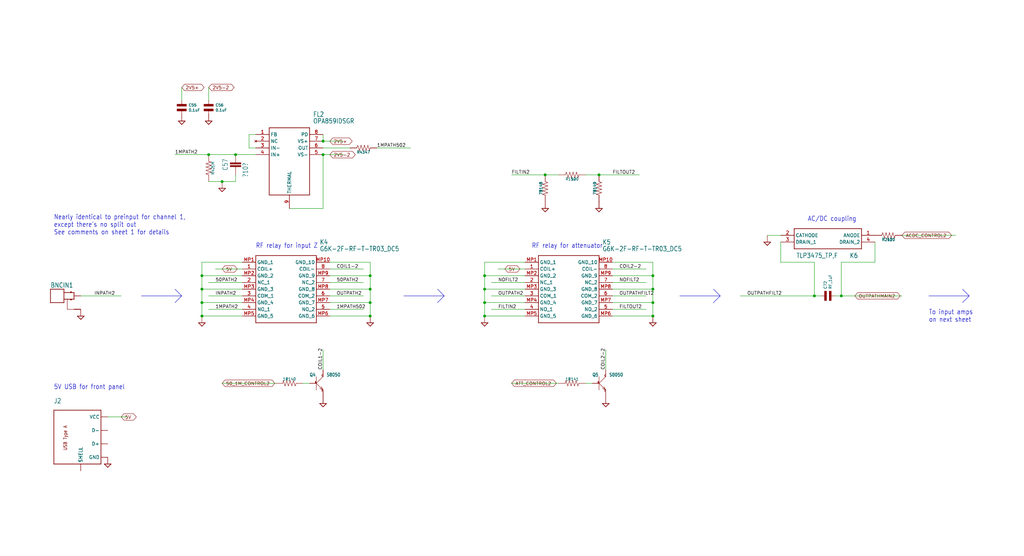
<source format=kicad_sch>
(kicad_sch (version 20250114) (generator "eeschema") (generator_version "9.0")
  (paper "User" 386.436 210.007)
  (lib_symbols
    (symbol "haasoscope_pro_adc_fpga_board-eagle-import:C-EUC0805"
      (property "Reference" "C" (at 1.524 0.381 0))
      (symbol "C-EUC0805_1_0"
        (rectangle (start -2.032 -1.016) (end 2.032 -0.508) (fill (type outline)))
        (rectangle (start -2.032 -2.032) (end 2.032 -1.524) (fill (type outline)))
        (polyline (pts (xy 0 0) (xy 0 -0.508)) (stroke (width 0.1524)))
        (polyline (pts (xy 0 -2.54) (xy 0 -2.032)) (stroke (width 0.1524)))
        (pin passive line (at 0 2.54 270) (length 2.54) (name "1") (number "1"))
        (pin passive line (at 0 -5.08 90) (length 2.54) (name "2") (number "2"))
      )
    )
    (symbol "haasoscope_pro_adc_fpga_board-eagle-import:CAPACITOR_NP_0402"
      (property "Reference" "C" (at 2.54 1.524 0))
      (symbol "CAPACITOR_NP_0402_1_0"
        (rectangle (start -1.778 0.508) (end 1.778 1.27) (fill (type outline)))
        (rectangle (start -1.778 -1.27) (end 1.778 -0.508) (fill (type outline)))
        (polyline (pts (xy 0 2.54) (xy 0 1.016)) (stroke (width 0.1524)))
        (polyline (pts (xy 0 -2.54) (xy 0 -1.016)) (stroke (width 0.1524)))
        (pin passive line (at 0 2.54 270) (length 0) (name "P$1") (number "P$1"))
        (pin passive line (at 0 -2.54 90) (length 0) (name "P$2") (number "P$2"))
      )
    )
    (symbol "haasoscope_pro_adc_fpga_board-eagle-import:G6K-2F-RF-T-TR03_DC5"
      (property "Reference" "K" (at 29.21 7.62 0))
      (symbol "G6K-2F-RF-T-TR03_DC5_1_0"
        (polyline (pts (xy 5.08 2.54) (xy 5.08 -22.86)) (stroke (width 0.254)))
        (polyline (pts (xy 5.08 2.54) (xy 27.94 2.54)) (stroke (width 0.254)))
        (polyline (pts (xy 27.94 -22.86) (xy 5.08 -22.86)) (stroke (width 0.254)))
        (polyline (pts (xy 27.94 -22.86) (xy 27.94 2.54)) (stroke (width 0.254)))
        (pin bidirectional line (at 0 0 0) (length 5.08) (name "GND_1") (number "MP1"))
        (pin bidirectional line (at 0 -2.54 0) (length 5.08) (name "COIL+") (number "1"))
        (pin bidirectional line (at 0 -5.08 0) (length 5.08) (name "GND_2") (number "MP2"))
        (pin bidirectional line (at 0 -7.62 0) (length 5.08) (name "NC_1") (number "2"))
        (pin bidirectional line (at 0 -10.16 0) (length 5.08) (name "GND_3") (number "MP3"))
        (pin bidirectional line (at 0 -12.7 0) (length 5.08) (name "COM_1") (number "3"))
        (pin bidirectional line (at 0 -15.24 0) (length 5.08) (name "GND_4") (number "MP4"))
        (pin bidirectional line (at 0 -17.78 0) (length 5.08) (name "NO_1") (number "4"))
        (pin bidirectional line (at 0 -20.32 0) (length 5.08) (name "GND_5") (number "MP5"))
        (pin bidirectional line (at 33.02 0 180) (length 5.08) (name "GND_10") (number "MP10"))
        (pin bidirectional line (at 33.02 -2.54 180) (length 5.08) (name "COIL-") (number "8"))
        (pin bidirectional line (at 33.02 -5.08 180) (length 5.08) (name "GND_9") (number "MP9"))
        (pin bidirectional line (at 33.02 -7.62 180) (length 5.08) (name "NC_2") (number "7"))
        (pin bidirectional line (at 33.02 -10.16 180) (length 5.08) (name "GND_8") (number "MP8"))
        (pin bidirectional line (at 33.02 -12.7 180) (length 5.08) (name "COM_2") (number "6"))
        (pin bidirectional line (at 33.02 -15.24 180) (length 5.08) (name "GND_7") (number "MP7"))
        (pin bidirectional line (at 33.02 -17.78 180) (length 5.08) (name "NO_2") (number "5"))
        (pin bidirectional line (at 33.02 -20.32 180) (length 5.08) (name "GND_6") (number "MP6"))
      )
    )
    (symbol "haasoscope_pro_adc_fpga_board-eagle-import:MF_Passives_RESISTOR_0402"
      (property "Reference" "R" (at 2.54 1.524 0))
      (symbol "MF_Passives_RESISTOR_0402_1_0"
        (polyline (pts (xy -1.016 1.524) (xy 1.016 0.889)) (stroke (width 0.1524)))
        (polyline (pts (xy -1.016 0.254) (xy 1.016 -0.381)) (stroke (width 0.1524)))
        (polyline (pts (xy -1.016 -1.016) (xy 1.016 -1.651)) (stroke (width 0.1524)))
        (polyline (pts (xy -1.016 -2.286) (xy 0 -2.54)) (stroke (width 0.1524)))
        (polyline (pts (xy 0 2.54) (xy 1.016 2.159)) (stroke (width 0.1524)))
        (polyline (pts (xy 1.016 2.159) (xy -1.016 1.524)) (stroke (width 0.1524)))
        (polyline (pts (xy 1.016 0.889) (xy -1.016 0.254)) (stroke (width 0.1524)))
        (polyline (pts (xy 1.016 -0.381) (xy -1.016 -1.016)) (stroke (width 0.1524)))
        (polyline (pts (xy 1.016 -1.651) (xy -1.016 -2.286)) (stroke (width 0.1524)))
        (pin passive line (at 0 5.08 270) (length 2.54) (name "P$1") (number "P$1"))
        (pin passive line (at 0 -5.08 90) (length 2.54) (name "P$2") (number "P$2"))
      )
    )
    (symbol "haasoscope_pro_adc_fpga_board-eagle-import:MOLEX_BNC_73100-0105"
      (property "Reference" "J" (at -3.81 3.048 0))
      (symbol "MOLEX_BNC_73100-0105_1_0"
        (polyline (pts (xy -3.81 2.54) (xy -3.81 -2.54)) (stroke (width 0.254)))
        (polyline (pts (xy -3.81 -2.54) (xy 1.27 -2.54)) (stroke (width 0.254)))
        (polyline (pts (xy 1.27 2.54) (xy -3.81 2.54)) (stroke (width 0.254)))
        (polyline (pts (xy 1.27 1.27) (xy 1.27 2.54)) (stroke (width 0.254)))
        (polyline (pts (xy 1.27 1.27) (xy 1.27 -1.27)) (stroke (width 0.254)))
        (polyline (pts (xy 1.27 -1.27) (xy 2.54 -1.27)) (stroke (width 0.254)))
        (polyline (pts (xy 1.27 -2.54) (xy 1.27 -1.27)) (stroke (width 0.254)))
        (polyline (pts (xy 2.54 -1.27) (xy 3.81 -1.27)) (stroke (width 0.254)))
        (polyline (pts (xy 2.54 -5.08) (xy 2.54 -1.27)) (stroke (width 0.1524)))
        (polyline (pts (xy 3.81 1.524) (xy 4.064 1.524)) (stroke (width 0.254)))
        (polyline (pts (xy 3.81 1.27) (xy 1.27 1.27)) (stroke (width 0.254)))
        (polyline (pts (xy 3.81 1.27) (xy 3.81 1.524)) (stroke (width 0.254)))
        (polyline (pts (xy 3.81 -1.27) (xy 3.81 -1.524)) (stroke (width 0.254)))
        (polyline (pts (xy 3.81 -1.27) (xy 4.064 -1.27)) (stroke (width 0.254)))
        (polyline (pts (xy 3.81 -1.524) (xy 4.064 -1.524)) (stroke (width 0.254)))
        (polyline (pts (xy 4.064 1.524) (xy 4.064 1.27)) (stroke (width 0.254)))
        (polyline (pts (xy 4.064 1.27) (xy 3.81 1.27)) (stroke (width 0.254)))
        (polyline (pts (xy 4.064 -1.27) (xy 5.08 -1.27)) (stroke (width 0.254)))
        (polyline (pts (xy 4.064 -1.524) (xy 4.064 -1.27)) (stroke (width 0.254)))
        (polyline (pts (xy 5.08 1.27) (xy 4.064 1.27)) (stroke (width 0.254)))
        (polyline (pts (xy 5.08 -1.27) (xy 5.08 1.27)) (stroke (width 0.254)))
        (polyline (pts (xy 5.08 -5.08) (xy 2.54 -5.08)) (stroke (width 0.1524)))
        (pin bidirectional line (at 7.62 0 180) (length 2.54) (name "SIGNAL") (number "SIGNAL"))
        (pin bidirectional line (at 7.62 -5.08 180) (length 2.54) (name "GND") (number "GND1"))
        (pin bidirectional line (at 7.62 -5.08 180) (length 2.54) (name "GND") (number "GND2"))
      )
    )
    (symbol "haasoscope_pro_adc_fpga_board-eagle-import:OPA859IDSGR"
      (property "Reference" "FL" (at 21.59 7.62 0))
      (symbol "OPA859IDSGR_1_0"
        (polyline (pts (xy 5.08 2.54) (xy 5.08 -22.86)) (stroke (width 0.254)))
        (polyline (pts (xy 5.08 2.54) (xy 20.32 2.54)) (stroke (width 0.254)))
        (polyline (pts (xy 20.32 -22.86) (xy 5.08 -22.86)) (stroke (width 0.254)))
        (polyline (pts (xy 20.32 -22.86) (xy 20.32 2.54)) (stroke (width 0.254)))
        (pin input line (at 0 0 0) (length 5.08) (name "FB") (number "1"))
        (pin no_connect line (at 0 -2.54 0) (length 5.08) (name "NC") (number "2"))
        (pin input line (at 0 -5.08 0) (length 5.08) (name "IN-") (number "3"))
        (pin input line (at 0 -7.62 0) (length 5.08) (name "IN+") (number "4"))
        (pin bidirectional line (at 12.7 -27.94 90) (length 5.08) (name "THERMAL") (number "9"))
        (pin input line (at 25.4 0 180) (length 5.08) (name "PD") (number "8"))
        (pin power_in line (at 25.4 -2.54 180) (length 5.08) (name "VS+") (number "7"))
        (pin output line (at 25.4 -5.08 180) (length 5.08) (name "OUT") (number "6"))
        (pin power_in line (at 25.4 -7.62 180) (length 5.08) (name "VS-") (number "5"))
      )
    )
    (symbol "haasoscope_pro_adc_fpga_board-eagle-import:SMD-TRANSISTORS-NPN-25V-500MW-S8050(SOT-23)"
      (property "Reference" "Q" (at -2.54 2.54 0))
      (symbol "SMD-TRANSISTORS-NPN-25V-500MW-S8050(SOT-23)_1_0"
        (polyline (pts (xy 0 0) (xy 0 2.54)) (stroke (width 0.1524)))
        (polyline (pts (xy 0 0) (xy 2.54 2.54)) (stroke (width 0.1524)))
        (polyline (pts (xy 0 0) (xy 2.54 -2.54)) (stroke (width 0.1524)))
        (polyline (pts (xy 0 -2.54) (xy 0 0)) (stroke (width 0.1524)))
        (polyline (pts (xy 2.54 -2.54) (xy 1.27 -1.905)) (stroke (width 0.1524)))
        (polyline (pts (xy 2.54 -2.54) (xy 1.905 -1.27)) (stroke (width 0.1524)))
        (text "B" (at -0.635 0 0) (effects (font (size 0.635 0.5397)) (justify left bottom)))
        (text "C" (at 1.905 2.54 0) (effects (font (size 0.635 0.5397)) (justify left bottom)))
        (text "E" (at 1.905 -3.175 0) (effects (font (size 0.635 0.5397)) (justify left bottom)))
        (pin passive line (at -2.54 0 0) (length 2.54) (name "B") (number "1"))
        (pin passive line (at 2.54 5.08 270) (length 2.54) (name "C") (number "3"))
        (pin passive line (at 2.54 -5.08 90) (length 2.54) (name "E") (number "2"))
      )
    )
    (symbol "haasoscope_pro_adc_fpga_board-eagle-import:TLP3475_TP,F"
      (property "Reference" "K" (at 31.75 7.62 0))
      (symbol "TLP3475_TP,F_1_0"
        (polyline (pts (xy 5.08 2.54) (xy 5.08 -5.08)) (stroke (width 0.254)))
        (polyline (pts (xy 5.08 2.54) (xy 30.48 2.54)) (stroke (width 0.254)))
        (polyline (pts (xy 30.48 -5.08) (xy 5.08 -5.08)) (stroke (width 0.254)))
        (polyline (pts (xy 30.48 -5.08) (xy 30.48 2.54)) (stroke (width 0.254)))
        (pin bidirectional line (at 0 0 0) (length 5.08) (name "DRAIN_2") (number "4"))
        (pin bidirectional line (at 0 -2.54 0) (length 5.08) (name "ANODE") (number "1"))
        (pin bidirectional line (at 35.56 0 180) (length 5.08) (name "DRAIN_1") (number "3"))
        (pin bidirectional line (at 35.56 -2.54 180) (length 5.08) (name "CATHODE") (number "2"))
      )
    )
    (symbol "haasoscope_pro_adc_fpga_board-eagle-import:USB-TYPE-ATHT-RA"
      (symbol "USB-TYPE-ATHT-RA_1_0"
        (polyline (pts (xy -12.7 10.16) (xy -12.7 -10.16)) (stroke (width 0.254)))
        (polyline (pts (xy -12.7 -10.16) (xy 5.08 -10.16)) (stroke (width 0.254)))
        (polyline (pts (xy 5.08 10.16) (xy -12.7 10.16)) (stroke (width 0.254)))
        (polyline (pts (xy 5.08 -10.16) (xy 5.08 10.16)) (stroke (width 0.254)))
        (text "USB Type A" (at -7.62 -5.08 900) (effects (font (size 1.27 1.0795)) (justify left bottom)))
        (pin bidirectional line (at -2.54 -12.7 90) (length 2.54) (name "SHELL") (number "S$1"))
        (pin bidirectional line (at -2.54 -12.7 90) (length 2.54) (name "SHELL") (number "S$2"))
        (pin power_in line (at 7.62 7.62 180) (length 2.54) (name "VCC") (number "P$1"))
        (pin bidirectional line (at 7.62 2.54 180) (length 2.54) (name "D-") (number "P$2"))
        (pin bidirectional line (at 7.62 -2.54 180) (length 2.54) (name "D+") (number "P$3"))
        (pin power_in line (at 7.62 -7.62 180) (length 2.54) (name "GND") (number "P$4"))
      )
    )
    (symbol "haasoscope_pro_adc_fpga_board-eagle-import:supply2_GND" (power)
      (symbol "supply2_GND_1_0"
        (polyline (pts (xy -1.27 0) (xy 1.27 0)) (stroke (width 0.254)))
        (polyline (pts (xy 0 -1.27) (xy -1.27 0)) (stroke (width 0.254)))
        (polyline (pts (xy 1.27 0) (xy 0 -1.27)) (stroke (width 0.254)))
        (pin power_in line (at 0 2.54 270) (length 2.54) (name "GND") (number "1"))
      )
    )
  )
  (text "RF relay for input Z" (at 96.52 93.98 0) (effects (font (size 1.778 1.5113)) (justify left bottom)))
  (text "5V USB for front panel" (at 20.32 147.32 0) (effects (font (size 1.778 1.5113)) (justify left bottom)))
  (text "Nearly identical to preinput for channel 1,\nexcept there's no split out\nSee comments on sheet 1 for details" (at 20.32 88.9 0) (effects (font (size 1.778 1.5113)) (justify left bottom)))
  (text "AC/DC coupling" (at 304.8 83.82 0) (effects (font (size 1.778 1.5113)) (justify left bottom)))
  (text "RF relay for attenuator" (at 200.66 93.98 0) (effects (font (size 1.778 1.5113)) (justify left bottom)))
  (text "To input amps\non next sheet" (at 350.52 121.92 0) (effects (font (size 1.778 1.5113)) (justify left bottom)))
  (junction (at 83.82 68.58))
  (junction (at 139.7 104.14))
  (junction (at 139.7 109.22))
  (junction (at 76.2 104.14))
  (junction (at 121.92 58.42))
  (junction (at 246.38 104.14))
  (junction (at 182.88 114.3))
  (junction (at 205.74 66.04))
  (junction (at 76.2 119.38))
  (junction (at 307.34 111.76))
  (junction (at 246.38 114.3))
  (junction (at 139.7 119.38))
  (junction (at 246.38 109.22))
  (junction (at 226.06 66.04))
  (junction (at 246.38 119.38))
  (junction (at 78.74 58.42))
  (junction (at 182.88 109.22))
  (junction (at 76.2 109.22))
  (junction (at 88.9 58.42))
  (junction (at 121.92 53.34))
  (junction (at 317.5 111.76))
  (junction (at 182.88 119.38))
  (junction (at 182.88 104.14))
  (junction (at 139.7 114.3))
  (junction (at 76.2 114.3))
  (wire (pts (xy 182.88 114.3) (xy 182.88 109.22)) (stroke (width 0.1524)))
  (polyline (pts (xy 68.58 111.76) (xy 66.04 114.3)) (stroke (width 0.1524) (type solid)))
  (wire (pts (xy 78.74 58.42) (xy 88.9 58.42)) (stroke (width 0.1524)))
  (polyline (pts (xy 53.34 111.76) (xy 68.58 111.76)) (stroke (width 0.1524) (type solid)))
  (wire (pts (xy 124.46 106.68) (xy 137.16 106.68)) (stroke (width 0.1524)))
  (polyline (pts (xy 256.54 111.76) (xy 271.78 111.76)) (stroke (width 0.1524) (type solid)))
  (wire (pts (xy 231.14 119.38) (xy 246.38 119.38)) (stroke (width 0.1524)))
  (wire (pts (xy 246.38 104.14) (xy 246.38 99.06)) (stroke (width 0.1524)))
  (wire (pts (xy 121.92 53.34) (xy 129.54 53.34)) (stroke (width 0.1524)))
  (wire (pts (xy 76.2 99.06) (xy 76.2 104.14)) (stroke (width 0.1524)))
  (wire (pts (xy 76.2 119.38) (xy 76.2 114.3)) (stroke (width 0.1524)))
  (wire (pts (xy 289.56 88.9) (xy 294.64 88.9)) (stroke (width 0.1524)))
  (wire (pts (xy 246.38 99.06) (xy 231.14 99.06)) (stroke (width 0.1524)))
  (wire (pts (xy 109.22 78.74) (xy 121.92 78.74)) (stroke (width 0.1524)))
  (wire (pts (xy 330.2 99.06) (xy 330.2 91.44)) (stroke (width 0.1524)))
  (wire (pts (xy 91.44 106.68) (xy 78.74 106.68)) (stroke (width 0.1524)))
  (wire (pts (xy 307.34 111.76) (xy 279.4 111.76)) (stroke (width 0.1524)))
  (wire (pts (xy 129.54 58.42) (xy 121.92 58.42)) (stroke (width 0.1524)))
  (wire (pts (xy 198.12 116.84) (xy 185.42 116.84)) (stroke (width 0.1524)))
  (wire (pts (xy 30.48 111.76) (xy 45.72 111.76)) (stroke (width 0.1524)))
  (wire (pts (xy 182.88 104.14) (xy 182.88 109.22)) (stroke (width 0.1524)))
  (polyline (pts (xy 66.04 109.22) (xy 68.58 111.76)) (stroke (width 0.1524) (type solid)))
  (polyline (pts (xy 363.22 109.22) (xy 365.76 111.76)) (stroke (width 0.1524) (type solid)))
  (wire (pts (xy 307.34 99.06) (xy 294.64 99.06)) (stroke (width 0.1524)))
  (wire (pts (xy 76.2 104.14) (xy 76.2 109.22)) (stroke (width 0.1524)))
  (wire (pts (xy 307.34 111.76) (xy 307.34 99.06)) (stroke (width 0.1524)))
  (wire (pts (xy 124.46 101.6) (xy 137.16 101.6)) (stroke (width 0.1524)))
  (polyline (pts (xy 152.4 111.76) (xy 167.64 111.76)) (stroke (width 0.1524) (type solid)))
  (wire (pts (xy 198.12 101.6) (xy 187.96 101.6)) (stroke (width 0.1524)))
  (wire (pts (xy 294.64 91.44) (xy 294.64 99.06)) (stroke (width 0.1524)))
  (wire (pts (xy 198.12 106.68) (xy 185.42 106.68)) (stroke (width 0.1524)))
  (wire (pts (xy 231.14 106.68) (xy 243.84 106.68)) (stroke (width 0.1524)))
  (polyline (pts (xy 165.1 109.22) (xy 167.64 111.76)) (stroke (width 0.1524) (type solid)))
  (wire (pts (xy 93.98 55.88) (xy 96.52 55.88)) (stroke (width 0.1524)))
  (wire (pts (xy 210.82 66.04) (xy 205.74 66.04)) (stroke (width 0.1524)))
  (wire (pts (xy 228.6 139.7) (xy 228.6 132.08)) (stroke (width 0.1524)))
  (wire (pts (xy 124.46 109.22) (xy 139.7 109.22)) (stroke (width 0.1524)))
  (wire (pts (xy 124.46 116.84) (xy 137.16 116.84)) (stroke (width 0.1524)))
  (polyline (pts (xy 271.78 111.76) (xy 269.24 114.3)) (stroke (width 0.1524) (type solid)))
  (wire (pts (xy 76.2 119.38) (xy 91.44 119.38)) (stroke (width 0.1524)))
  (wire (pts (xy 231.14 109.22) (xy 246.38 109.22)) (stroke (width 0.1524)))
  (wire (pts (xy 139.7 99.06) (xy 124.46 99.06)) (stroke (width 0.1524)))
  (wire (pts (xy 76.2 114.3) (xy 91.44 114.3)) (stroke (width 0.1524)))
  (polyline (pts (xy 350.52 111.76) (xy 365.76 111.76)) (stroke (width 0.1524) (type solid)))
  (wire (pts (xy 104.14 144.78) (xy 83.82 144.78)) (stroke (width 0.1524)))
  (wire (pts (xy 124.46 114.3) (xy 139.7 114.3)) (stroke (width 0.1524)))
  (polyline (pts (xy 365.76 111.76) (xy 363.22 114.3)) (stroke (width 0.1524) (type solid)))
  (wire (pts (xy 205.74 66.04) (xy 193.04 66.04)) (stroke (width 0.1524)))
  (wire (pts (xy 246.38 109.22) (xy 246.38 104.14)) (stroke (width 0.1524)))
  (wire (pts (xy 78.74 38.1) (xy 78.74 33.02)) (stroke (width 0.1524)))
  (wire (pts (xy 231.14 111.76) (xy 243.84 111.76)) (stroke (width 0.1524)))
  (wire (pts (xy 91.44 111.76) (xy 78.74 111.76)) (stroke (width 0.1524)))
  (wire (pts (xy 210.82 144.78) (xy 193.04 144.78)) (stroke (width 0.1524)))
  (wire (pts (xy 91.44 104.14) (xy 76.2 104.14)) (stroke (width 0.1524)))
  (wire (pts (xy 231.14 101.6) (xy 243.84 101.6)) (stroke (width 0.1524)))
  (wire (pts (xy 40.64 157.48) (xy 48.26 157.48)) (stroke (width 0.1524)))
  (wire (pts (xy 226.06 66.04) (xy 241.3 66.04)) (stroke (width 0.1524)))
  (wire (pts (xy 231.14 116.84) (xy 243.84 116.84)) (stroke (width 0.1524)))
  (wire (pts (xy 182.88 109.22) (xy 198.12 109.22)) (stroke (width 0.1524)))
  (wire (pts (xy 246.38 109.22) (xy 246.38 114.3)) (stroke (width 0.1524)))
  (polyline (pts (xy 167.64 111.76) (xy 165.1 114.3)) (stroke (width 0.1524) (type solid)))
  (wire (pts (xy 139.7 109.22) (xy 139.7 104.14)) (stroke (width 0.1524)))
  (polyline (pts (xy 269.24 109.22) (xy 271.78 111.76)) (stroke (width 0.1524) (type solid)))
  (wire (pts (xy 88.9 66.04) (xy 88.9 68.58)) (stroke (width 0.1524)))
  (wire (pts (xy 220.98 144.78) (xy 223.52 144.78)) (stroke (width 0.1524)))
  (wire (pts (xy 246.38 114.3) (xy 246.38 119.38)) (stroke (width 0.1524)))
  (wire (pts (xy 121.92 50.8) (xy 121.92 53.34)) (stroke (width 0.1524)))
  (wire (pts (xy 182.88 119.38) (xy 198.12 119.38)) (stroke (width 0.1524)))
  (wire (pts (xy 121.92 139.7) (xy 121.92 132.08)) (stroke (width 0.1524)))
  (wire (pts (xy 182.88 99.06) (xy 182.88 104.14)) (stroke (width 0.1524)))
  (wire (pts (xy 198.12 111.76) (xy 185.42 111.76)) (stroke (width 0.1524)))
  (wire (pts (xy 91.44 116.84) (xy 78.74 116.84)) (stroke (width 0.1524)))
  (wire (pts (xy 114.3 144.78) (xy 116.84 144.78)) (stroke (width 0.1524)))
  (wire (pts (xy 88.9 68.58) (xy 83.82 68.58)) (stroke (width 0.1524)))
  (wire (pts (xy 139.7 104.14) (xy 124.46 104.14)) (stroke (width 0.1524)))
  (wire (pts (xy 124.46 119.38) (xy 139.7 119.38)) (stroke (width 0.1524)))
  (wire (pts (xy 231.14 114.3) (xy 246.38 114.3)) (stroke (width 0.1524)))
  (wire (pts (xy 182.88 119.38) (xy 182.88 114.3)) (stroke (width 0.1524)))
  (wire (pts (xy 76.2 114.3) (xy 76.2 109.22)) (stroke (width 0.1524)))
  (wire (pts (xy 76.2 109.22) (xy 91.44 109.22)) (stroke (width 0.1524)))
  (wire (pts (xy 66.04 58.42) (xy 78.74 58.42)) (stroke (width 0.1524)))
  (wire (pts (xy 121.92 55.88) (xy 132.08 55.88)) (stroke (width 0.1524)))
  (wire (pts (xy 139.7 109.22) (xy 139.7 114.3)) (stroke (width 0.1524)))
  (wire (pts (xy 124.46 111.76) (xy 137.16 111.76)) (stroke (width 0.1524)))
  (wire (pts (xy 198.12 104.14) (xy 182.88 104.14)) (stroke (width 0.1524)))
  (wire (pts (xy 96.52 58.42) (xy 88.9 58.42)) (stroke (width 0.1524)))
  (wire (pts (xy 142.24 55.88) (xy 154.94 55.88)) (stroke (width 0.1524)))
  (wire (pts (xy 182.88 114.3) (xy 198.12 114.3)) (stroke (width 0.1524)))
  (wire (pts (xy 91.44 99.06) (xy 76.2 99.06)) (stroke (width 0.1524)))
  (wire (pts (xy 83.82 68.58) (xy 78.74 68.58)) (stroke (width 0.1524)))
  (wire (pts (xy 139.7 104.14) (xy 139.7 99.06)) (stroke (width 0.1524)))
  (wire (pts (xy 198.12 99.06) (xy 182.88 99.06)) (stroke (width 0.1524)))
  (wire (pts (xy 314.96 111.76) (xy 317.5 111.76)) (stroke (width 0.1524)))
  (wire (pts (xy 139.7 114.3) (xy 139.7 119.38)) (stroke (width 0.1524)))
  (wire (pts (xy 309.88 111.76) (xy 307.34 111.76)) (stroke (width 0.1524)))
  (wire (pts (xy 121.92 78.74) (xy 121.92 58.42)) (stroke (width 0.1524)))
  (wire (pts (xy 91.44 101.6) (xy 81.28 101.6)) (stroke (width 0.1524)))
  (wire (pts (xy 317.5 111.76) (xy 317.5 99.06)) (stroke (width 0.1524)))
  (wire (pts (xy 68.58 38.1) (xy 68.58 33.02)) (stroke (width 0.1524)))
  (wire (pts (xy 96.52 50.8) (xy 93.98 50.8)) (stroke (width 0.1524)))
  (wire (pts (xy 317.5 111.76) (xy 340.36 111.76)) (stroke (width 0.1524)))
  (wire (pts (xy 246.38 104.14) (xy 231.14 104.14)) (stroke (width 0.1524)))
  (wire (pts (xy 220.98 66.04) (xy 226.06 66.04)) (stroke (width 0.1524)))
  (wire (pts (xy 317.5 99.06) (xy 330.2 99.06)) (stroke (width 0.1524)))
  (wire (pts (xy 360.68 88.9) (xy 340.36 88.9)) (stroke (width 0.1524)))
  (wire (pts (xy 93.98 50.8) (xy 93.98 55.88)) (stroke (width 0.1524)))
  (label "OUTPATHFILT2" (at 233.68 111.76 0) (effects (font (size 1.2446 1.2446))))
  (label "INPATH2" (at 81.28 111.76 0) (effects (font (size 1.2446 1.2446))))
  (label "50PATH2" (at 81.28 106.68 0) (effects (font (size 1.2446 1.2446))))
  (label "FILTOUT2" (at 233.68 116.84 0) (effects (font (size 1.2446 1.2446))))
  (label "NOFILT2" (at 233.68 106.68 0) (effects (font (size 1.2446 1.2446))))
  (label "FILTOUT2" (at 231.14 66.04 0) (effects (font (size 1.2446 1.2446))))
  (label "1MPATH2" (at 81.28 116.84 0) (effects (font (size 1.2446 1.2446))))
  (label "INPATH2" (at 35.56 111.76 0) (effects (font (size 1.2446 1.2446))))
  (label "OUTPATH2" (at 187.96 111.76 0) (effects (font (size 1.2446 1.2446))))
  (label "FILTIN2" (at 193.04 66.04 0) (effects (font (size 1.2446 1.2446))))
  (label "1MPATH502" (at 127 116.84 0) (effects (font (size 1.2446 1.2446))))
  (label "NOFILT2" (at 187.96 106.68 0) (effects (font (size 1.2446 1.2446))))
  (label "FILTIN2" (at 187.96 116.84 0) (effects (font (size 1.2446 1.2446))))
  (label "COIL2-2" (at 233.68 101.6 0) (effects (font (size 1.2446 1.2446))))
  (label "1MPATH502" (at 142.24 55.88 0) (effects (font (size 1.2446 1.2446))))
  (label "COIL2-2" (at 228.6 139.7 90) (effects (font (size 1.2446 1.2446))))
  (label "50PATH2" (at 127 106.68 0) (effects (font (size 1.2446 1.2446))))
  (label "OUTPATHFILT2" (at 281.94 111.76 0) (effects (font (size 1.2446 1.2446))))
  (label "COIL1-2" (at 127 101.6 0) (effects (font (size 1.2446 1.2446))))
  (label "COIL1-2" (at 121.92 139.7 90) (effects (font (size 1.2446 1.2446))))
  (label "OUTPATH2" (at 127 111.76 0) (effects (font (size 1.2446 1.2446))))
  (label "1MPATH2" (at 66.04 58.42 0) (effects (font (size 1.2446 1.2446))))
  (global_label "2V5-2" (shape bidirectional) (at 124.46 58.42 0) (effects (font (size 1.2446 1.2446))) (property "Intersheetrefs" "${INTERSHEET_REFS}" (effects (hide yes))))
  (global_label "5V" (shape bidirectional) (at 45.72 157.48 0) (effects (font (size 1.2446 1.2446))) (property "Intersheetrefs" "${INTERSHEET_REFS}" (effects (hide yes))))
  (global_label "ATT_CONTROL2" (shape bidirectional) (at 193.04 144.78 0) (effects (font (size 1.2446 1.2446))) (property "Intersheetrefs" "${INTERSHEET_REFS}" (effects (hide yes))))
  (global_label "OUTPATHMAIN2" (shape bidirectional) (at 322.58 111.76 0) (effects (font (size 1.2446 1.2446))) (property "Intersheetrefs" "${INTERSHEET_REFS}" (effects (hide yes))))
  (global_label "ACDC_CONTROL2" (shape bidirectional) (at 340.36 88.9 0) (effects (font (size 1.2446 1.2446))) (property "Intersheetrefs" "${INTERSHEET_REFS}" (effects (hide yes))))
  (global_label "2V5+" (shape bidirectional) (at 124.46 53.34 0) (effects (font (size 1.2446 1.2446))) (property "Intersheetrefs" "${INTERSHEET_REFS}" (effects (hide yes))))
  (global_label "2V5+" (shape bidirectional) (at 68.58 33.02 0) (effects (font (size 1.2446 1.2446))) (property "Intersheetrefs" "${INTERSHEET_REFS}" (effects (hide yes))))
  (global_label "50_1M_CONTROL2" (shape bidirectional) (at 83.82 144.78 0) (effects (font (size 1.2446 1.2446))) (property "Intersheetrefs" "${INTERSHEET_REFS}" (effects (hide yes))))
  (global_label "5V" (shape bidirectional) (at 190.5 101.6 0) (effects (font (size 1.2446 1.2446))) (property "Intersheetrefs" "${INTERSHEET_REFS}" (effects (hide yes))))
  (global_label "2V5-2" (shape bidirectional) (at 78.74 33.02 0) (effects (font (size 1.2446 1.2446))) (property "Intersheetrefs" "${INTERSHEET_REFS}" (effects (hide yes))))
  (global_label "5V" (shape bidirectional) (at 83.82 101.6 0) (effects (font (size 1.2446 1.2446))) (property "Intersheetrefs" "${INTERSHEET_REFS}" (effects (hide yes))))
  (symbol (lib_id "haasoscope_pro_adc_fpga_board-eagle-import:supply2_GND") (at 78.74 45.72 0) (unit 1)
    (property "Reference" "#SUPPLY026" (effects (hide yes)))
    (property "Value" "GND" (effects (hide yes)))
  )
  (symbol (lib_id "haasoscope_pro_adc_fpga_board-eagle-import:G6K-2F-RF-T-TR03_DC5") (at 91.44 99.06 0) (unit 1)
    (property "Reference" "K4" (at 120.65 91.44 0) (effects (font (size 1.778 1.5113)) (justify left)))
    (property "Value" "G6K-2F-RF-T-TR03_DC5" (at 120.65 93.98 0) (effects (font (size 1.778 1.5113)) (justify left)))
    (property "Footprint" "haasoscope_pro_adc_fpga_board:G6K2FRFTTR03DC5" (effects (hide yes)))
  )
  (symbol (lib_id "haasoscope_pro_adc_fpga_board-eagle-import:SMD-TRANSISTORS-NPN-25V-500MW-S8050(SOT-23)") (at 226.06 144.78 0) (unit 1)
    (property "Reference" "Q5" (at 223.52 142.24 0) (effects (font (size 1.27 1.0795)) (justify left bottom)))
    (property "Value" "S8050" (at 229.87 142.24 0) (effects (font (size 1.27 1.0795)) (justify left bottom)))
    (property "Footprint" "haasoscope_pro_adc_fpga_board:SOT-23" (effects (hide yes)))
    (property "LCSC" "C7420370" (effects (hide yes)))
  )
  (symbol (lib_id "haasoscope_pro_adc_fpga_board-eagle-import:USB-TYPE-ATHT-RA") (at 33.02 165.1 0) (unit 1)
    (property "Reference" "J2" (at 20.32 152.4 0) (effects (font (size 1.778 1.5113)) (justify left bottom)))
    (property "Value" "test1" (effects (hide yes)))
    (property "Footprint" "haasoscope_pro_adc_fpga_board:USB-2.0-A-THT-RA-TE_AMP-292303-1" (effects (hide yes)))
  )
  (symbol (lib_id "haasoscope_pro_adc_fpga_board-eagle-import:MOLEX_BNC_73100-0105") (at 22.86 111.76 0) (unit 1)
    (property "Reference" "BNCIN1" (at 19.05 108.712 0) (effects (font (size 1.778 1.5113)) (justify left bottom)))
    (property "Value" "MOLEX_BNC_73100-0105" (effects (hide yes)))
    (property "Footprint" "haasoscope_pro_adc_fpga_board:MOLEX-BNC-73100-0105" (effects (hide yes)))
    (property "MPN" "73100-0105" (effects (hide yes)))
  )
  (symbol (lib_id "haasoscope_pro_adc_fpga_board-eagle-import:SMD-TRANSISTORS-NPN-25V-500MW-S8050(SOT-23)") (at 119.38 144.78 0) (unit 1)
    (property "Reference" "Q4" (at 116.84 142.24 0) (effects (font (size 1.27 1.0795)) (justify left bottom)))
    (property "Value" "S8050" (at 123.19 142.24 0) (effects (font (size 1.27 1.0795)) (justify left bottom)))
    (property "Footprint" "haasoscope_pro_adc_fpga_board:SOT-23" (effects (hide yes)))
    (property "LCSC" "C7420370" (effects (hide yes)))
  )
  (symbol (lib_id "haasoscope_pro_adc_fpga_board-eagle-import:MF_Passives_RESISTOR_0402") (at 226.06 71.12 0) (unit 1)
    (property "Reference" "R149" (at 225.044 68.58 90) (effects (font (size 1.016 1.016)) (justify right bottom)))
    (property "Value" "75" (at 225.044 73.66 90) (effects (font (size 1.016 1.016)) (justify left bottom)))
    (property "Footprint" "haasoscope_pro_adc_fpga_board:R0402" (effects (hide yes)))
  )
  (symbol (lib_id "haasoscope_pro_adc_fpga_board-eagle-import:supply2_GND") (at 246.38 121.92 0) (unit 1)
    (property "Reference" "#SUPPLY018" (effects (hide yes)))
    (property "Value" "GND" (effects (hide yes)))
  )
  (symbol (lib_id "haasoscope_pro_adc_fpga_board-eagle-import:C-EUC0805") (at 88.9 63.5 180) (unit 1)
    (property "Reference" "C57" (at 85.979 64.516 90) (effects (font (size 1.778 1.5113)) (justify right top)))
    (property "Value" "?10?" (at 93.599 67.056 90) (effects (font (size 1.778 1.5113)) (justify right top)))
    (property "Footprint" "haasoscope_pro_adc_fpga_board:C0805" (effects (hide yes)))
  )
  (symbol (lib_id "haasoscope_pro_adc_fpga_board-eagle-import:TLP3475_TP,F") (at 330.2 91.44 180) (unit 1)
    (property "Reference" "K6" (at 323.85 96.52 0) (effects (font (size 1.778 1.5113)) (justify left)))
    (property "Value" "TLP3475_TP,F" (at 316.23 96.52 0) (effects (font (size 1.778 1.5113)) (justify left)))
    (property "Footprint" "haasoscope_pro_adc_fpga_board:TLP3475TPF" (effects (hide yes)))
    (property "MANUFACTURER_PART_NUMBER" "TLP3475" (effects (hide yes)))
    (property "MOUSER_PART_NUMBER" "757-TLP3475" (effects (hide yes)))
  )
  (symbol (lib_id "haasoscope_pro_adc_fpga_board-eagle-import:supply2_GND") (at 121.92 152.4 0) (unit 1)
    (property "Reference" "#SUPPLY049" (effects (hide yes)))
    (property "Value" "GND" (effects (hide yes)))
  )
  (symbol (lib_id "haasoscope_pro_adc_fpga_board-eagle-import:supply2_GND") (at 68.58 45.72 0) (unit 1)
    (property "Reference" "#SUPPLY029" (effects (hide yes)))
    (property "Value" "GND" (effects (hide yes)))
  )
  (symbol (lib_id "haasoscope_pro_adc_fpga_board-eagle-import:supply2_GND") (at 205.74 78.74 0) (unit 1)
    (property "Reference" "#SUPPLY054" (effects (hide yes)))
    (property "Value" "GND" (effects (hide yes)))
  )
  (symbol (lib_id "haasoscope_pro_adc_fpga_board-eagle-import:supply2_GND") (at 76.2 121.92 0) (unit 1)
    (property "Reference" "#SUPPLY015" (effects (hide yes)))
    (property "Value" "GND" (effects (hide yes)))
  )
  (symbol (lib_id "haasoscope_pro_adc_fpga_board-eagle-import:MF_Passives_RESISTOR_0402") (at 78.74 63.5 180) (unit 1)
    (property "Reference" "R42" (at 79.756 66.04 90) (effects (font (size 1.016 1.016)) (justify right bottom)))
    (property "Value" "1M" (at 79.756 60.96 90) (effects (font (size 1.016 1.016)) (justify left bottom)))
    (property "Footprint" "haasoscope_pro_adc_fpga_board:R0402" (effects (hide yes)))
  )
  (symbol (lib_id "haasoscope_pro_adc_fpga_board-eagle-import:CAPACITOR_NP_0402") (at 78.74 40.64 0) (unit 1)
    (property "Reference" "C56" (at 81.28 39.116 0) (effects (font (size 1.016 1.016)) (justify left top)))
    (property "Value" "0.1uF" (at 81.28 42.164 0) (effects (font (size 1.016 1.016)) (justify left bottom)))
    (property "Footprint" "haasoscope_pro_adc_fpga_board:C0402" (effects (hide yes)))
  )
  (symbol (lib_id "haasoscope_pro_adc_fpga_board-eagle-import:G6K-2F-RF-T-TR03_DC5") (at 198.12 99.06 0) (unit 1)
    (property "Reference" "K5" (at 227.33 91.44 0) (effects (font (size 1.778 1.5113)) (justify left)))
    (property "Value" "G6K-2F-RF-T-TR03_DC5" (at 227.33 93.98 0) (effects (font (size 1.778 1.5113)) (justify left)))
    (property "Footprint" "haasoscope_pro_adc_fpga_board:G6K2FRFTTR03DC5" (effects (hide yes)))
  )
  (symbol (lib_id "haasoscope_pro_adc_fpga_board-eagle-import:supply2_GND") (at 182.88 121.92 0) (unit 1)
    (property "Reference" "#SUPPLY017" (effects (hide yes)))
    (property "Value" "GND" (effects (hide yes)))
  )
  (symbol (lib_id "haasoscope_pro_adc_fpga_board-eagle-import:MF_Passives_RESISTOR_0402") (at 335.28 88.9 90) (unit 1)
    (property "Reference" "R241" (at 332.74 89.916 90) (effects (font (size 1.016 1.016)) (justify right bottom)))
    (property "Value" "120" (at 337.82 89.916 90) (effects (font (size 1.016 1.016)) (justify left bottom)))
    (property "Footprint" "haasoscope_pro_adc_fpga_board:R0402" (effects (hide yes)))
  )
  (symbol (lib_id "haasoscope_pro_adc_fpga_board-eagle-import:MF_Passives_RESISTOR_0402") (at 109.22 144.78 270) (unit 1)
    (property "Reference" "R140" (at 111.76 143.764 90) (effects (font (size 1.016 1.016)) (justify right bottom)))
    (property "Value" "1k" (at 106.68 143.764 90) (effects (font (size 1.016 1.016)) (justify left bottom)))
    (property "Footprint" "haasoscope_pro_adc_fpga_board:R0402" (effects (hide yes)))
  )
  (symbol (lib_id "haasoscope_pro_adc_fpga_board-eagle-import:supply2_GND") (at 40.64 175.26 0) (unit 1)
    (property "Reference" "#SUPPLY060" (effects (hide yes)))
    (property "Value" "GND" (effects (hide yes)))
  )
  (symbol (lib_id "haasoscope_pro_adc_fpga_board-eagle-import:MF_Passives_RESISTOR_0402") (at 215.9 66.04 90) (unit 1)
    (property "Reference" "R150" (at 213.36 67.056 90) (effects (font (size 1.016 1.016)) (justify right bottom)))
    (property "Value" "120" (at 218.44 67.056 90) (effects (font (size 1.016 1.016)) (justify left bottom)))
    (property "Footprint" "haasoscope_pro_adc_fpga_board:R0402" (effects (hide yes)))
  )
  (symbol (lib_id "haasoscope_pro_adc_fpga_board-eagle-import:supply2_GND") (at 228.6 152.4 0) (unit 1)
    (property "Reference" "#SUPPLY052" (effects (hide yes)))
    (property "Value" "GND" (effects (hide yes)))
  )
  (symbol (lib_id "haasoscope_pro_adc_fpga_board-eagle-import:supply2_GND") (at 83.82 71.12 0) (mirror y) (unit 1)
    (property "Reference" "#SUPPLY030" (effects (hide yes)))
    (property "Value" "GND" (effects (hide yes)))
  )
  (symbol (lib_id "haasoscope_pro_adc_fpga_board-eagle-import:MF_Passives_RESISTOR_0402") (at 137.16 55.88 90) (unit 1)
    (property "Reference" "R43" (at 134.62 56.896 90) (effects (font (size 1.016 1.016)) (justify right bottom)))
    (property "Value" "47" (at 139.7 56.896 90) (effects (font (size 1.016 1.016)) (justify left bottom)))
    (property "Footprint" "haasoscope_pro_adc_fpga_board:R0402" (effects (hide yes)))
  )
  (symbol (lib_id "haasoscope_pro_adc_fpga_board-eagle-import:supply2_GND") (at 139.7 121.92 0) (unit 1)
    (property "Reference" "#SUPPLY016" (effects (hide yes)))
    (property "Value" "GND" (effects (hide yes)))
  )
  (symbol (lib_id "haasoscope_pro_adc_fpga_board-eagle-import:supply2_GND") (at 30.48 119.38 0) (mirror y) (unit 1)
    (property "Reference" "#SUPPLY032" (effects (hide yes)))
    (property "Value" "GND" (effects (hide yes)))
  )
  (symbol (lib_id "haasoscope_pro_adc_fpga_board-eagle-import:MF_Passives_RESISTOR_0402") (at 205.74 71.12 0) (unit 1)
    (property "Reference" "R148" (at 204.724 68.58 90) (effects (font (size 1.016 1.016)) (justify right bottom)))
    (property "Value" "75" (at 204.724 73.66 90) (effects (font (size 1.016 1.016)) (justify left bottom)))
    (property "Footprint" "haasoscope_pro_adc_fpga_board:R0402" (effects (hide yes)))
  )
  (symbol (lib_id "haasoscope_pro_adc_fpga_board-eagle-import:CAPACITOR_NP_0402") (at 68.58 40.64 0) (unit 1)
    (property "Reference" "C55" (at 71.12 39.116 0) (effects (font (size 1.016 1.016)) (justify left top)))
    (property "Value" "0.1uF" (at 71.12 42.164 0) (effects (font (size 1.016 1.016)) (justify left bottom)))
    (property "Footprint" "haasoscope_pro_adc_fpga_board:C0402" (effects (hide yes)))
  )
  (symbol (lib_id "haasoscope_pro_adc_fpga_board-eagle-import:MF_Passives_RESISTOR_0402") (at 215.9 144.78 270) (unit 1)
    (property "Reference" "R141" (at 218.44 143.764 90) (effects (font (size 1.016 1.016)) (justify right bottom)))
    (property "Value" "1k" (at 213.36 143.764 90) (effects (font (size 1.016 1.016)) (justify left bottom)))
    (property "Footprint" "haasoscope_pro_adc_fpga_board:R0402" (effects (hide yes)))
  )
  (symbol (lib_id "haasoscope_pro_adc_fpga_board-eagle-import:supply2_GND") (at 226.06 78.74 0) (unit 1)
    (property "Reference" "#SUPPLY055" (effects (hide yes)))
    (property "Value" "GND" (effects (hide yes)))
  )
  (symbol (lib_id "haasoscope_pro_adc_fpga_board-eagle-import:OPA859IDSGR") (at 96.52 50.8 0) (unit 1)
    (property "Reference" "FL2" (at 118.11 43.18 0) (effects (font (size 1.778 1.5113)) (justify left)))
    (property "Value" "OPA859IDSGR" (at 118.11 45.72 0) (effects (font (size 1.778 1.5113)) (justify left)))
    (property "Footprint" "haasoscope_pro_adc_fpga_board:SON50P200X200X80-9N" (effects (hide yes)))
  )
  (symbol (lib_id "haasoscope_pro_adc_fpga_board-eagle-import:CAPACITOR_NP_0402") (at 312.42 111.76 90) (unit 1)
    (property "Reference" "C72" (at 310.896 109.22 0) (effects (font (size 1.016 1.016)) (justify left top)))
    (property "Value" "RF_1uF" (at 313.944 109.22 0) (effects (font (size 1.016 1.016)) (justify left bottom)))
    (property "Footprint" "haasoscope_pro_adc_fpga_board:C0402" (effects (hide yes)))
    (property "LCSC" "C52923" (effects (hide yes)))
  )
  (symbol (lib_id "haasoscope_pro_adc_fpga_board-eagle-import:supply2_GND") (at 289.56 91.44 0) (mirror y) (unit 1)
    (property "Reference" "#SUPPLY019" (effects (hide yes)))
    (property "Value" "GND" (effects (hide yes)))
  )
)
</source>
